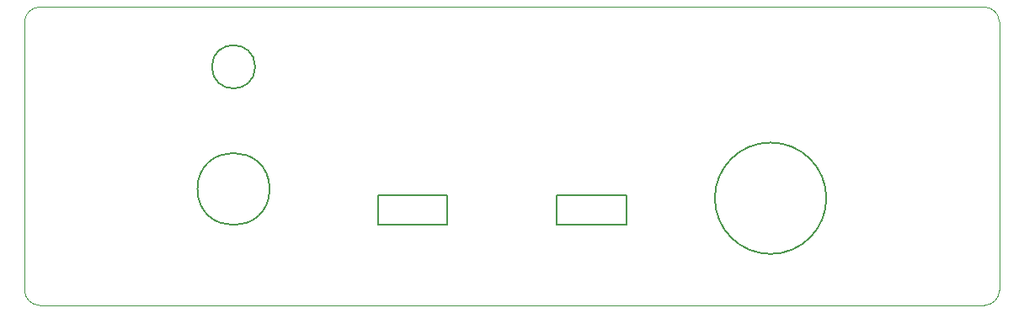
<source format=gbr>
%TF.GenerationSoftware,KiCad,Pcbnew,5.1.7*%
%TF.CreationDate,2020-10-28T23:16:13-04:00*%
%TF.ProjectId,current-sensor-frontpanel,63757272-656e-4742-9d73-656e736f722d,0*%
%TF.SameCoordinates,Original*%
%TF.FileFunction,Profile,NP*%
%FSLAX46Y46*%
G04 Gerber Fmt 4.6, Leading zero omitted, Abs format (unit mm)*
G04 Created by KiCad (PCBNEW 5.1.7) date 2020-10-28 23:16:13*
%MOMM*%
%LPD*%
G01*
G04 APERTURE LIST*
%TA.AperFunction,Profile*%
%ADD10C,0.050000*%
%TD*%
%TA.AperFunction,Profile*%
%ADD11C,0.150000*%
%TD*%
G04 APERTURE END LIST*
D10*
X101500000Y-150000000D02*
G75*
G02*
X100000000Y-148500000I0J1500000D01*
G01*
X100000000Y-148500000D02*
X100000000Y-121500000D01*
X100000000Y-121500000D02*
G75*
G02*
X101500000Y-120000000I1500000J0D01*
G01*
X101500000Y-120000000D02*
X196500000Y-120000000D01*
X196500000Y-120000000D02*
G75*
G02*
X198000000Y-121500000I0J-1500000D01*
G01*
X198000000Y-121500000D02*
X198000000Y-148500000D01*
X198000000Y-148500000D02*
G75*
G02*
X196500000Y-150000000I-1500000J0D01*
G01*
X101500000Y-150000000D02*
X196500000Y-150000000D01*
D11*
%TO.C,C4*%
X180605000Y-139225000D02*
G75*
G03*
X180605000Y-139225000I-5605000J0D01*
G01*
%TO.C,C5*%
X123175000Y-126000000D02*
G75*
G03*
X123175000Y-126000000I-2175000J0D01*
G01*
%TO.C,C1*%
X124625000Y-138300000D02*
G75*
G03*
X124625000Y-138300000I-3625000J0D01*
G01*
%TO.C,C3*%
X153500000Y-138900000D02*
X160500000Y-138900000D01*
X153500000Y-141900000D02*
X160500000Y-141900000D01*
X153500000Y-138900000D02*
X153500000Y-141900000D01*
X160500000Y-138900000D02*
X160500000Y-141900000D01*
%TO.C,C2*%
X135500000Y-138900000D02*
X142500000Y-138900000D01*
X135500000Y-141900000D02*
X142500000Y-141900000D01*
X135500000Y-138900000D02*
X135500000Y-141900000D01*
X142500000Y-138900000D02*
X142500000Y-141900000D01*
%TD*%
M02*

</source>
